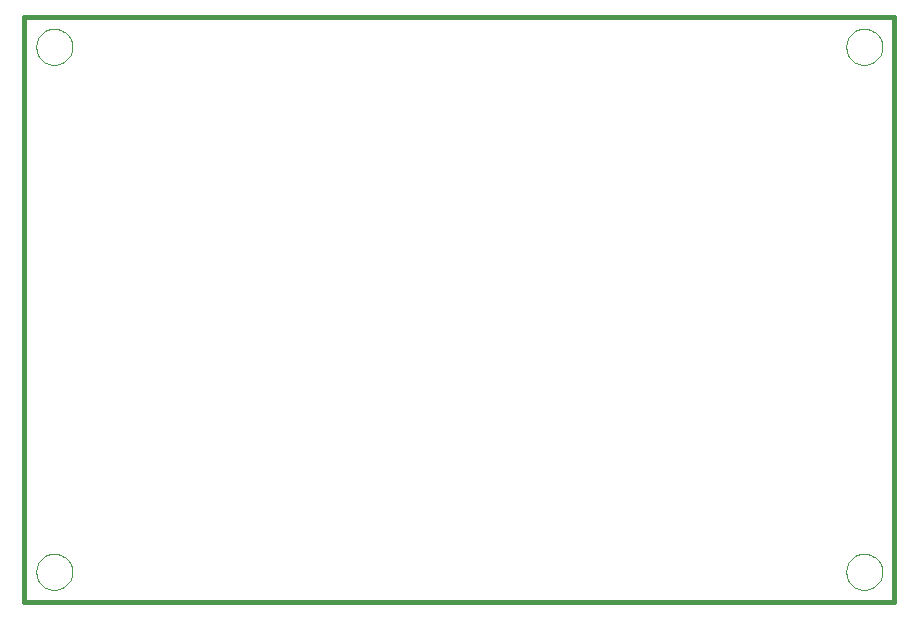
<source format=gtp>
G75*
%MOIN*%
%OFA0B0*%
%FSLAX24Y24*%
%IPPOS*%
%LPD*%
%AMOC8*
5,1,8,0,0,1.08239X$1,22.5*
%
%ADD10C,0.0000*%
%ADD11C,0.0160*%
D10*
X000580Y001180D02*
X000582Y001229D01*
X000588Y001277D01*
X000598Y001325D01*
X000612Y001372D01*
X000629Y001418D01*
X000650Y001462D01*
X000675Y001504D01*
X000703Y001544D01*
X000735Y001582D01*
X000769Y001617D01*
X000806Y001649D01*
X000845Y001678D01*
X000887Y001704D01*
X000931Y001726D01*
X000976Y001744D01*
X001023Y001759D01*
X001070Y001770D01*
X001119Y001777D01*
X001168Y001780D01*
X001217Y001779D01*
X001265Y001774D01*
X001314Y001765D01*
X001361Y001752D01*
X001407Y001735D01*
X001451Y001715D01*
X001494Y001691D01*
X001535Y001664D01*
X001573Y001633D01*
X001609Y001600D01*
X001641Y001564D01*
X001671Y001525D01*
X001698Y001484D01*
X001721Y001440D01*
X001740Y001395D01*
X001756Y001349D01*
X001768Y001302D01*
X001776Y001253D01*
X001780Y001204D01*
X001780Y001156D01*
X001776Y001107D01*
X001768Y001058D01*
X001756Y001011D01*
X001740Y000965D01*
X001721Y000920D01*
X001698Y000876D01*
X001671Y000835D01*
X001641Y000796D01*
X001609Y000760D01*
X001573Y000727D01*
X001535Y000696D01*
X001494Y000669D01*
X001451Y000645D01*
X001407Y000625D01*
X001361Y000608D01*
X001314Y000595D01*
X001265Y000586D01*
X001217Y000581D01*
X001168Y000580D01*
X001119Y000583D01*
X001070Y000590D01*
X001023Y000601D01*
X000976Y000616D01*
X000931Y000634D01*
X000887Y000656D01*
X000845Y000682D01*
X000806Y000711D01*
X000769Y000743D01*
X000735Y000778D01*
X000703Y000816D01*
X000675Y000856D01*
X000650Y000898D01*
X000629Y000942D01*
X000612Y000988D01*
X000598Y001035D01*
X000588Y001083D01*
X000582Y001131D01*
X000580Y001180D01*
X000580Y018680D02*
X000582Y018729D01*
X000588Y018777D01*
X000598Y018825D01*
X000612Y018872D01*
X000629Y018918D01*
X000650Y018962D01*
X000675Y019004D01*
X000703Y019044D01*
X000735Y019082D01*
X000769Y019117D01*
X000806Y019149D01*
X000845Y019178D01*
X000887Y019204D01*
X000931Y019226D01*
X000976Y019244D01*
X001023Y019259D01*
X001070Y019270D01*
X001119Y019277D01*
X001168Y019280D01*
X001217Y019279D01*
X001265Y019274D01*
X001314Y019265D01*
X001361Y019252D01*
X001407Y019235D01*
X001451Y019215D01*
X001494Y019191D01*
X001535Y019164D01*
X001573Y019133D01*
X001609Y019100D01*
X001641Y019064D01*
X001671Y019025D01*
X001698Y018984D01*
X001721Y018940D01*
X001740Y018895D01*
X001756Y018849D01*
X001768Y018802D01*
X001776Y018753D01*
X001780Y018704D01*
X001780Y018656D01*
X001776Y018607D01*
X001768Y018558D01*
X001756Y018511D01*
X001740Y018465D01*
X001721Y018420D01*
X001698Y018376D01*
X001671Y018335D01*
X001641Y018296D01*
X001609Y018260D01*
X001573Y018227D01*
X001535Y018196D01*
X001494Y018169D01*
X001451Y018145D01*
X001407Y018125D01*
X001361Y018108D01*
X001314Y018095D01*
X001265Y018086D01*
X001217Y018081D01*
X001168Y018080D01*
X001119Y018083D01*
X001070Y018090D01*
X001023Y018101D01*
X000976Y018116D01*
X000931Y018134D01*
X000887Y018156D01*
X000845Y018182D01*
X000806Y018211D01*
X000769Y018243D01*
X000735Y018278D01*
X000703Y018316D01*
X000675Y018356D01*
X000650Y018398D01*
X000629Y018442D01*
X000612Y018488D01*
X000598Y018535D01*
X000588Y018583D01*
X000582Y018631D01*
X000580Y018680D01*
X027580Y018680D02*
X027582Y018729D01*
X027588Y018777D01*
X027598Y018825D01*
X027612Y018872D01*
X027629Y018918D01*
X027650Y018962D01*
X027675Y019004D01*
X027703Y019044D01*
X027735Y019082D01*
X027769Y019117D01*
X027806Y019149D01*
X027845Y019178D01*
X027887Y019204D01*
X027931Y019226D01*
X027976Y019244D01*
X028023Y019259D01*
X028070Y019270D01*
X028119Y019277D01*
X028168Y019280D01*
X028217Y019279D01*
X028265Y019274D01*
X028314Y019265D01*
X028361Y019252D01*
X028407Y019235D01*
X028451Y019215D01*
X028494Y019191D01*
X028535Y019164D01*
X028573Y019133D01*
X028609Y019100D01*
X028641Y019064D01*
X028671Y019025D01*
X028698Y018984D01*
X028721Y018940D01*
X028740Y018895D01*
X028756Y018849D01*
X028768Y018802D01*
X028776Y018753D01*
X028780Y018704D01*
X028780Y018656D01*
X028776Y018607D01*
X028768Y018558D01*
X028756Y018511D01*
X028740Y018465D01*
X028721Y018420D01*
X028698Y018376D01*
X028671Y018335D01*
X028641Y018296D01*
X028609Y018260D01*
X028573Y018227D01*
X028535Y018196D01*
X028494Y018169D01*
X028451Y018145D01*
X028407Y018125D01*
X028361Y018108D01*
X028314Y018095D01*
X028265Y018086D01*
X028217Y018081D01*
X028168Y018080D01*
X028119Y018083D01*
X028070Y018090D01*
X028023Y018101D01*
X027976Y018116D01*
X027931Y018134D01*
X027887Y018156D01*
X027845Y018182D01*
X027806Y018211D01*
X027769Y018243D01*
X027735Y018278D01*
X027703Y018316D01*
X027675Y018356D01*
X027650Y018398D01*
X027629Y018442D01*
X027612Y018488D01*
X027598Y018535D01*
X027588Y018583D01*
X027582Y018631D01*
X027580Y018680D01*
X027580Y001180D02*
X027582Y001229D01*
X027588Y001277D01*
X027598Y001325D01*
X027612Y001372D01*
X027629Y001418D01*
X027650Y001462D01*
X027675Y001504D01*
X027703Y001544D01*
X027735Y001582D01*
X027769Y001617D01*
X027806Y001649D01*
X027845Y001678D01*
X027887Y001704D01*
X027931Y001726D01*
X027976Y001744D01*
X028023Y001759D01*
X028070Y001770D01*
X028119Y001777D01*
X028168Y001780D01*
X028217Y001779D01*
X028265Y001774D01*
X028314Y001765D01*
X028361Y001752D01*
X028407Y001735D01*
X028451Y001715D01*
X028494Y001691D01*
X028535Y001664D01*
X028573Y001633D01*
X028609Y001600D01*
X028641Y001564D01*
X028671Y001525D01*
X028698Y001484D01*
X028721Y001440D01*
X028740Y001395D01*
X028756Y001349D01*
X028768Y001302D01*
X028776Y001253D01*
X028780Y001204D01*
X028780Y001156D01*
X028776Y001107D01*
X028768Y001058D01*
X028756Y001011D01*
X028740Y000965D01*
X028721Y000920D01*
X028698Y000876D01*
X028671Y000835D01*
X028641Y000796D01*
X028609Y000760D01*
X028573Y000727D01*
X028535Y000696D01*
X028494Y000669D01*
X028451Y000645D01*
X028407Y000625D01*
X028361Y000608D01*
X028314Y000595D01*
X028265Y000586D01*
X028217Y000581D01*
X028168Y000580D01*
X028119Y000583D01*
X028070Y000590D01*
X028023Y000601D01*
X027976Y000616D01*
X027931Y000634D01*
X027887Y000656D01*
X027845Y000682D01*
X027806Y000711D01*
X027769Y000743D01*
X027735Y000778D01*
X027703Y000816D01*
X027675Y000856D01*
X027650Y000898D01*
X027629Y000942D01*
X027612Y000988D01*
X027598Y001035D01*
X027588Y001083D01*
X027582Y001131D01*
X027580Y001180D01*
D11*
X000180Y000180D02*
X000180Y019680D01*
X029180Y019680D01*
X029180Y000180D01*
X000180Y000180D01*
M02*

</source>
